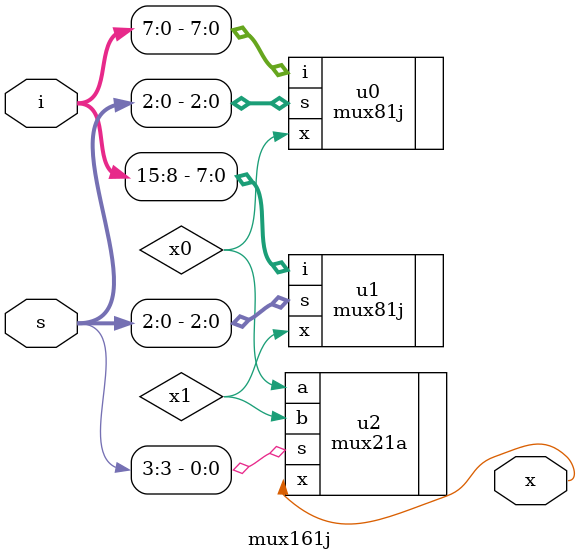
<source format=v>

module	mux161j	(i,s,x);
	//PUERTOS
	//sentido	tipo	tamaño	nombre
	input					[15:0]	i;
	input					[3:0]		s;
	output							x;
	//ALAMBRES Y REGISTROS
	//tipo				tamaño	nombre
	wire					         x0,x1;

//ASIGNACIONES////////////////////////////////////////////////
	//señales
	//assign	señal=valor/operacion
	
	//componente
	//nombre   etiqueta   (puertos)
	mux81j     u0         (.i(i[7:0]) ,.s(s[2:0]),.x(x0));  
	mux81j     u1         (.i(i[15:8]),.s(s[2:0]),.x(x1));  
	
	mux21a     u2         (.a(x0),.b(x1),.s(s[3]),.x(x));
	//secuenciales
	

endmodule

</source>
